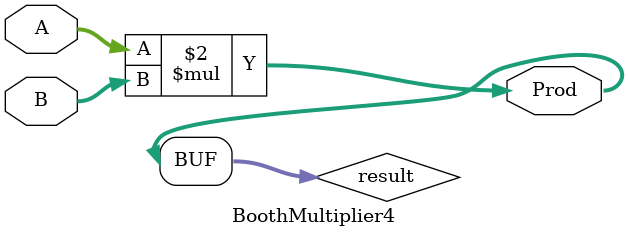
<source format=v>
module BoothMultiplier4 (
    input signed [3:0] A,
    input signed [3:0] B,
    output signed [7:0] Prod
);

    reg signed [7:0] result;

    always @* begin
        result = A * B;
    end

    assign Prod = result;

endmodule

</source>
